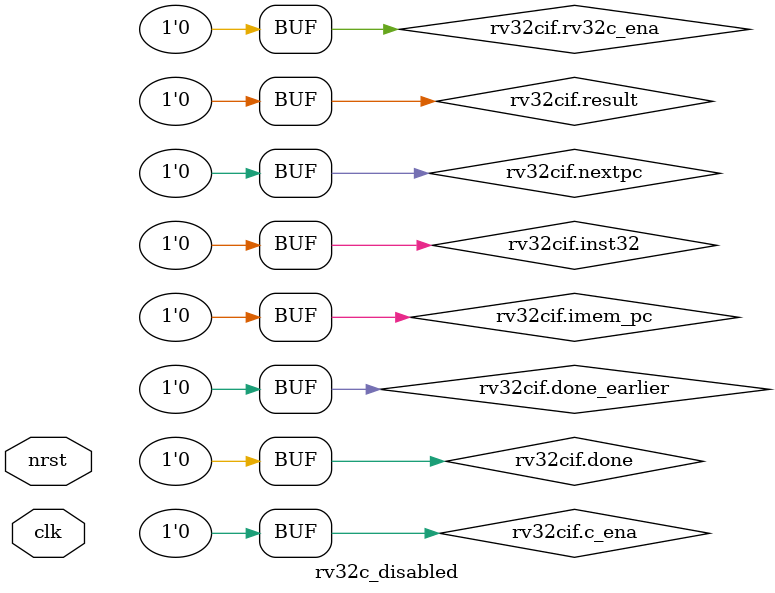
<source format=sv>
`include "rv32c_if.vh"
`include "fetch_buffer_if.vh"
`include "decompressor_if.vh"

module rv32c_disabled
(
  input logic clk, nrst,
  rv32c_if.rv32c rv32cif 
 );


  assign rv32cif.done = '0;
  assign rv32cif.done_earlier = '0;
  assign rv32cif.nextpc = '0;
  assign rv32cif.imem_pc = '0;
  assign rv32cif.result = '0;
  assign rv32cif.inst32 = '0;
  assign rv32cif.c_ena = '0;

  assign rv32cif.rv32c_ena = '0;

endmodule

</source>
